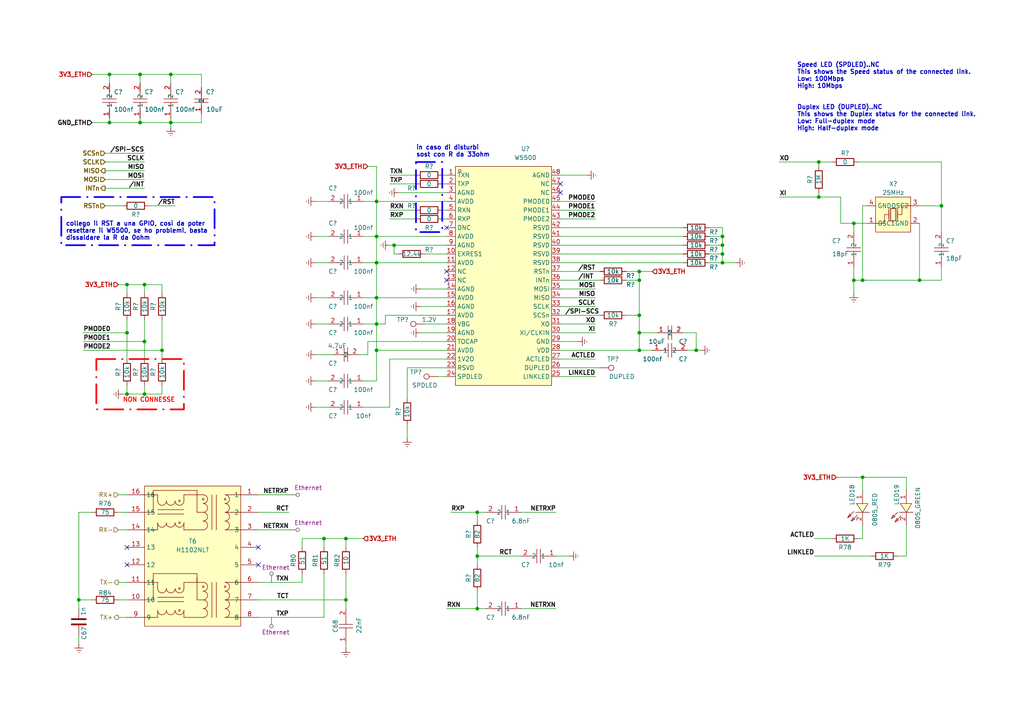
<source format=kicad_sch>
(kicad_sch (version 20250114) (generator "eeschema") (generator_version "9.0")
  (paper "A4")
  (title_block (title "W5500 SPI ETH") (date "2025-03-21") (rev "1.0") (company "3DResearch"))
  (rectangle (start 17.78 57.15) (end 62.23 71.12) (stroke (width 0.5) (type dash_dot) (color 15 0 255 1)))
  (rectangle (start 120.65 46.99) (end 128.27 67.31) (stroke (width 0.5) (type dash_dot) (color 15 0 255 1)))
  (rectangle (start 27.94 104.14) (end 53.34 118.745) (stroke (width 0.5) (type dash_dot) (color 255 0 4 1)))
  (text "collego il RST a una GPIO, così da poter \nresettare il W5500, se ho problemi, basta\ndissaldare la R da 0ohm" (at 19.05 69.85 0) (effects (font (size 1.27 1.27) (bold yes)) (justify left bottom)))
  (text "in caso di disturbi\nsost con R da 33ohm" (at 120.65 45.72 0) (effects (font (size 1.27 1.27) (bold yes)) (justify left bottom)))
  (text "NON CONNESSE\n" (at 35.56 116.84 0) (effects (font (size 1.27 1.27) (thickness 0.254) (bold yes)) (justify left bottom)))
  (text "Speed LED (SPDLED)..NC\nThis shows the Speed status of the connected link.\nLow: 100Mbps\nHigh: 10Mbps\n\n\nDuplex LED (DUPLED)..NC\nThis shows the Duplex status for the connected link.\nLow: Full-duplex mode\nHigh: Half-duplex mode\n" (at 231.14 38.1 0) (effects (font (size 1.27 1.27) (bold yes)) (justify left bottom)))
  (junction (at 138.43 161.29))
  (junction (at 100.33 156.21))
  (junction (at 209.55 71.12))
  (junction (at 209.55 68.58))
  (junction (at 250.19 138.43))
  (junction (at 100.33 173.99))
  (junction (at 36.83 114.3))
  (junction (at 247.65 81.28))
  (junction (at 93.98 156.21))
  (junction (at 22.86 173.99))
  (junction (at 109.22 86.36))
  (junction (at 109.22 101.6))
  (junction (at 40.64 21.59))
  (junction (at 36.83 82.55))
  (junction (at 185.42 101.6))
  (junction (at 185.42 96.52))
  (junction (at 49.53 35.56))
  (junction (at 31.75 35.56))
  (junction (at 266.7 81.28))
  (junction (at 36.83 96.52))
  (junction (at 237.49 46.99))
  (junction (at 109.22 76.2))
  (junction (at 40.64 35.56))
  (junction (at 237.49 57.15))
  (junction (at 209.55 73.66))
  (junction (at 46.99 101.6))
  (junction (at 247.65 64.77))
  (junction (at 185.42 78.74))
  (junction (at 41.91 82.55))
  (junction (at 109.22 68.58))
  (junction (at 49.53 21.59))
  (junction (at 250.19 81.28))
  (junction (at 109.22 93.98))
  (junction (at 138.43 148.59))
  (junction (at 185.42 91.44))
  (junction (at 185.42 81.28))
  (junction (at 201.93 101.6))
  (junction (at 41.91 114.3))
  (junction (at 138.43 176.53))
  (junction (at 31.75 21.59))
  (junction (at 109.22 58.42))
  (junction (at 273.05 59.69))
  (junction (at 114.3 71.12))
  (junction (at 41.91 99.06))
  (junction (at 209.55 76.2))
  (no_connect (at 74.93 158.75))
  (no_connect (at 36.83 163.83))
  (no_connect (at 74.93 163.83))
  (no_connect (at 36.83 158.75))
  (no_connect (at 129.54 78.74))
  (no_connect (at 129.54 66.04))
  (no_connect (at 129.54 81.28))
  (no_connect (at 162.56 55.88))
  (no_connect (at 162.56 53.34))
  (wire (pts (xy 251.46 59.69) (xy 250.19 59.69)))
  (wire (pts (xy 162.56 66.04) (xy 198.12 66.04)))
  (wire (pts (xy 113.03 71.12) (xy 114.3 71.12)))
  (wire (pts (xy 172.72 63.5) (xy 162.56 63.5)))
  (wire (pts (xy 41.91 99.06) (xy 41.91 104.14)))
  (wire (pts (xy 106.68 102.87) (xy 104.14 102.87)))
  (wire (pts (xy 106.68 99.06) (xy 129.54 99.06)))
  (wire (pts (xy 205.74 71.12) (xy 209.55 71.12)))
  (wire (pts (xy 105.41 86.36) (xy 109.22 86.36)))
  (wire (pts (xy 130.81 148.59) (xy 138.43 148.59)))
  (wire (pts (xy 189.23 101.6) (xy 185.42 101.6)))
  (wire (pts (xy 190.5 96.52) (xy 185.42 96.52)))
  (wire (pts (xy 43.18 59.69) (xy 50.8 59.69)))
  (wire (pts (xy 121.92 83.82) (xy 129.54 83.82)))
  (wire (pts (xy 172.72 58.42) (xy 162.56 58.42)))
  (wire (pts (xy 162.56 78.74) (xy 173.99 78.74)))
  (wire (pts (xy 128.27 50.8) (xy 129.54 50.8)))
  (wire (pts (xy 128.27 53.34) (xy 129.54 53.34)))
  (wire (pts (xy 87.63 158.75) (xy 87.63 156.21)))
  (wire (pts (xy 248.92 46.99) (xy 273.05 46.99)))
  (wire (pts (xy 109.22 76.2) (xy 129.54 76.2)))
  (wire (pts (xy 24.13 96.52) (xy 36.83 96.52)))
  (wire (pts (xy 26.67 21.59) (xy 31.75 21.59)))
  (wire (pts (xy 41.91 82.55) (xy 41.91 85.09)))
  (wire (pts (xy 31.75 21.59) (xy 31.75 24.13)))
  (wire (pts (xy 34.29 153.67) (xy 36.83 153.67)))
  (wire (pts (xy 129.54 176.53) (xy 138.43 176.53)))
  (wire (pts (xy 34.29 148.59) (xy 36.83 148.59)))
  (wire (pts (xy 113.03 63.5) (xy 120.65 63.5)))
  (wire (pts (xy 46.99 114.3) (xy 41.91 114.3)))
  (wire (pts (xy 46.99 82.55) (xy 46.99 85.09)))
  (wire (pts (xy 109.22 86.36) (xy 129.54 86.36)))
  (wire (pts (xy 36.83 96.52) (xy 36.83 92.71)))
  (wire (pts (xy 247.65 64.77) (xy 247.65 67.31)))
  (wire (pts (xy 172.72 86.36) (xy 162.56 86.36)))
  (wire (pts (xy 58.42 21.59) (xy 49.53 21.59)))
  (wire (pts (xy 205.74 76.2) (xy 209.55 76.2)))
  (wire (pts (xy 58.42 35.56) (xy 49.53 35.56)))
  (wire (pts (xy 162.56 91.44) (xy 173.99 91.44)))
  (wire (pts (xy 226.06 46.99) (xy 237.49 46.99)))
  (wire (pts (xy 41.91 54.61) (xy 30.48 54.61)))
  (wire (pts (xy 41.91 92.71) (xy 41.91 99.06)))
  (wire (pts (xy 161.29 161.29) (xy 165.1 161.29)))
  (wire (pts (xy 105.41 93.98) (xy 109.22 93.98)))
  (wire (pts (xy 49.53 21.59) (xy 49.53 24.13)))
  (wire (pts (xy 209.55 66.04) (xy 209.55 68.58)))
  (wire (pts (xy 74.93 153.67) (xy 83.82 153.67)))
  (wire (pts (xy 151.13 148.59) (xy 161.29 148.59)))
  (wire (pts (xy 74.93 148.59) (xy 83.82 148.59)))
  (wire (pts (xy 87.63 166.37) (xy 87.63 168.91)))
  (wire (pts (xy 129.54 91.44) (xy 111.76 91.44)))
  (wire (pts (xy 273.05 59.69) (xy 266.7 59.69)))
  (wire (pts (xy 91.44 102.87) (xy 96.52 102.87)))
  (wire (pts (xy 109.22 76.2) (xy 109.22 86.36)))
  (wire (pts (xy 40.64 21.59) (xy 40.64 24.13)))
  (wire (pts (xy 105.41 76.2) (xy 109.22 76.2)))
  (wire (pts (xy 113.03 53.34) (xy 120.65 53.34)))
  (wire (pts (xy 205.74 68.58) (xy 209.55 68.58)))
  (wire (pts (xy 105.41 118.11) (xy 113.03 118.11)))
  (wire (pts (xy 41.91 114.3) (xy 41.91 111.76)))
  (wire (pts (xy 128.27 60.96) (xy 129.54 60.96)))
  (wire (pts (xy 41.91 46.99) (xy 30.48 46.99)))
  (wire (pts (xy 30.48 59.69) (xy 35.56 59.69)))
  (wire (pts (xy 266.7 81.28) (xy 273.05 81.28)))
  (wire (pts (xy 109.22 48.26) (xy 109.22 58.42)))
  (wire (pts (xy 40.64 34.29) (xy 40.64 35.56)))
  (wire (pts (xy 129.54 106.68) (xy 118.11 106.68)))
  (wire (pts (xy 242.57 138.43) (xy 250.19 138.43)))
  (wire (pts (xy 41.91 52.07) (xy 30.48 52.07)))
  (wire (pts (xy 100.33 166.37) (xy 100.33 173.99)))
  (wire (pts (xy 260.35 161.29) (xy 262.89 161.29)))
  (wire (pts (xy 167.64 99.06) (xy 162.56 99.06)))
  (wire (pts (xy 250.19 138.43) (xy 250.19 142.24)))
  (wire (pts (xy 91.44 118.11) (xy 95.25 118.11)))
  (wire (pts (xy 250.19 81.28) (xy 266.7 81.28)))
  (wire (pts (xy 115.57 73.66) (xy 114.3 73.66)))
  (wire (pts (xy 243.84 64.77) (xy 243.84 57.15)))
  (wire (pts (xy 34.29 82.55) (xy 36.83 82.55)))
  (wire (pts (xy 49.53 21.59) (xy 40.64 21.59)))
  (wire (pts (xy 41.91 44.45) (xy 30.48 44.45)))
  (wire (pts (xy 172.72 60.96) (xy 162.56 60.96)))
  (wire (pts (xy 114.3 73.66) (xy 114.3 71.12)))
  (wire (pts (xy 162.56 68.58) (xy 198.12 68.58)))
  (wire (pts (xy 138.43 158.75) (xy 138.43 161.29)))
  (wire (pts (xy 100.33 176.53) (xy 100.33 173.99)))
  (wire (pts (xy 109.22 68.58) (xy 109.22 76.2)))
  (wire (pts (xy 162.56 81.28) (xy 173.99 81.28)))
  (wire (pts (xy 109.22 68.58) (xy 129.54 68.58)))
  (wire (pts (xy 109.22 101.6) (xy 129.54 101.6)))
  (wire (pts (xy 74.93 173.99) (xy 100.33 173.99)))
  (wire (pts (xy 35.56 114.3) (xy 36.83 114.3)))
  (wire (pts (xy 266.7 64.77) (xy 266.7 81.28)))
  (wire (pts (xy 262.89 138.43) (xy 250.19 138.43)))
  (wire (pts (xy 248.92 156.21) (xy 250.19 156.21)))
  (wire (pts (xy 100.33 156.21) (xy 100.33 158.75)))
  (wire (pts (xy 24.13 99.06) (xy 41.91 99.06)))
  (wire (pts (xy 109.22 93.98) (xy 109.22 101.6)))
  (wire (pts (xy 181.61 91.44) (xy 185.42 91.44)))
  (wire (pts (xy 40.64 21.59) (xy 31.75 21.59)))
  (wire (pts (xy 209.55 76.2) (xy 213.36 76.2)))
  (wire (pts (xy 237.49 57.15) (xy 237.49 55.88)))
  (wire (pts (xy 113.03 60.96) (xy 120.65 60.96)))
  (wire (pts (xy 41.91 49.53) (xy 30.48 49.53)))
  (wire (pts (xy 247.65 77.47) (xy 247.65 81.28)))
  (wire (pts (xy 36.83 114.3) (xy 41.91 114.3)))
  (wire (pts (xy 127 109.22) (xy 129.54 109.22)))
  (wire (pts (xy 49.53 36.83) (xy 49.53 35.56)))
  (wire (pts (xy 172.72 93.98) (xy 162.56 93.98)))
  (wire (pts (xy 34.29 179.07) (xy 36.83 179.07)))
  (wire (pts (xy 226.06 57.15) (xy 237.49 57.15)))
  (wire (pts (xy 162.56 73.66) (xy 198.12 73.66)))
  (wire (pts (xy 40.64 35.56) (xy 31.75 35.56)))
  (wire (pts (xy 49.53 35.56) (xy 40.64 35.56)))
  (wire (pts (xy 93.98 166.37) (xy 93.98 179.07)))
  (wire (pts (xy 172.72 96.52) (xy 162.56 96.52)))
  (wire (pts (xy 203.2 101.6) (xy 201.93 101.6)))
  (wire (pts (xy 109.22 86.36) (xy 109.22 93.98)))
  (wire (pts (xy 22.86 173.99) (xy 26.67 173.99)))
  (wire (pts (xy 31.75 35.56) (xy 31.75 34.29)))
  (wire (pts (xy 100.33 156.21) (xy 105.41 156.21)))
  (wire (pts (xy 87.63 156.21) (xy 93.98 156.21)))
  (wire (pts (xy 74.93 143.51) (xy 83.82 143.51)))
  (wire (pts (xy 58.42 33.02) (xy 58.42 35.56)))
  (wire (pts (xy 185.42 96.52) (xy 185.42 101.6)))
  (wire (pts (xy 170.18 50.8) (xy 162.56 50.8)))
  (wire (pts (xy 34.29 143.51) (xy 36.83 143.51)))
  (wire (pts (xy 74.93 179.07) (xy 93.98 179.07)))
  (wire (pts (xy 205.74 73.66) (xy 209.55 73.66)))
  (wire (pts (xy 46.99 111.76) (xy 46.99 114.3)))
  (wire (pts (xy 106.68 48.26) (xy 109.22 48.26)))
  (wire (pts (xy 74.93 168.91) (xy 87.63 168.91)))
  (wire (pts (xy 106.68 102.87) (xy 106.68 99.06)))
  (wire (pts (xy 247.65 81.28) (xy 250.19 81.28)))
  (wire (pts (xy 138.43 148.59) (xy 138.43 151.13)))
  (wire (pts (xy 105.41 110.49) (xy 109.22 110.49)))
  (wire (pts (xy 36.83 85.09) (xy 36.83 82.55)))
  (wire (pts (xy 22.86 148.59) (xy 22.86 173.99)))
  (wire (pts (xy 185.42 81.28) (xy 185.42 91.44)))
  (wire (pts (xy 115.57 55.88) (xy 129.54 55.88)))
  (wire (pts (xy 93.98 158.75) (xy 93.98 156.21)))
  (wire (pts (xy 262.89 142.24) (xy 262.89 138.43)))
  (wire (pts (xy 162.56 101.6) (xy 185.42 101.6)))
  (wire (pts (xy 91.44 68.58) (xy 95.25 68.58)))
  (wire (pts (xy 111.76 91.44) (xy 111.76 93.98)))
  (wire (pts (xy 209.55 68.58) (xy 209.55 71.12)))
  (wire (pts (xy 138.43 161.29) (xy 138.43 163.83)))
  (wire (pts (xy 22.86 173.99) (xy 22.86 176.53)))
  (wire (pts (xy 49.53 34.29) (xy 49.53 35.56)))
  (wire (pts (xy 273.05 81.28) (xy 273.05 77.47)))
  (wire (pts (xy 34.29 173.99) (xy 36.83 173.99)))
  (wire (pts (xy 247.65 64.77) (xy 243.84 64.77)))
  (wire (pts (xy 185.42 91.44) (xy 185.42 96.52)))
  (wire (pts (xy 113.03 104.14) (xy 129.54 104.14)))
  (wire (pts (xy 91.44 76.2) (xy 95.25 76.2)))
  (wire (pts (xy 91.44 93.98) (xy 95.25 93.98)))
  (wire (pts (xy 113.03 118.11) (xy 113.03 104.14)))
  (wire (pts (xy 24.13 101.6) (xy 46.99 101.6)))
  (wire (pts (xy 121.92 96.52) (xy 129.54 96.52)))
  (wire (pts (xy 172.72 104.14) (xy 162.56 104.14)))
  (wire (pts (xy 109.22 101.6) (xy 109.22 110.49)))
  (wire (pts (xy 237.49 46.99) (xy 237.49 48.26)))
  (wire (pts (xy 109.22 93.98) (xy 111.76 93.98)))
  (wire (pts (xy 172.72 109.22) (xy 162.56 109.22)))
  (wire (pts (xy 273.05 46.99) (xy 273.05 59.69)))
  (wire (pts (xy 105.41 58.42) (xy 109.22 58.42)))
  (wire (pts (xy 250.19 156.21) (xy 250.19 152.4)))
  (wire (pts (xy 41.91 82.55) (xy 46.99 82.55)))
  (wire (pts (xy 181.61 78.74) (xy 185.42 78.74)))
  (wire (pts (xy 236.22 156.21) (xy 241.3 156.21)))
  (wire (pts (xy 34.29 168.91) (xy 36.83 168.91)))
  (wire (pts (xy 251.46 64.77) (xy 247.65 64.77)))
  (wire (pts (xy 93.98 156.21) (xy 100.33 156.21)))
  (wire (pts (xy 273.05 67.31) (xy 273.05 59.69)))
  (wire (pts (xy 46.99 92.71) (xy 46.99 101.6)))
  (wire (pts (xy 118.11 127) (xy 118.11 123.19)))
  (wire (pts (xy 250.19 59.69) (xy 250.19 81.28)))
  (wire (pts (xy 109.22 58.42) (xy 129.54 58.42)))
  (wire (pts (xy 46.99 101.6) (xy 46.99 104.14)))
  (wire (pts (xy 243.84 57.15) (xy 237.49 57.15)))
  (wire (pts (xy 262.89 161.29) (xy 262.89 152.4)))
  (wire (pts (xy 91.44 110.49) (xy 95.25 110.49)))
  (wire (pts (xy 105.41 68.58) (xy 109.22 68.58)))
  (wire (pts (xy 236.22 161.29) (xy 252.73 161.29)))
  (wire (pts (xy 22.86 186.69) (xy 22.86 184.15)))
  (wire (pts (xy 201.93 96.52) (xy 201.93 101.6)))
  (wire (pts (xy 181.61 81.28) (xy 185.42 81.28)))
  (wire (pts (xy 209.55 71.12) (xy 209.55 73.66)))
  (wire (pts (xy 205.74 66.04) (xy 209.55 66.04)))
  (wire (pts (xy 123.19 93.98) (xy 129.54 93.98)))
  (wire (pts (xy 91.44 86.36) (xy 95.25 86.36)))
  (wire (pts (xy 185.42 78.74) (xy 185.42 81.28)))
  (wire (pts (xy 138.43 171.45) (xy 138.43 176.53)))
  (wire (pts (xy 198.12 96.52) (xy 201.93 96.52)))
  (wire (pts (xy 114.3 71.12) (xy 129.54 71.12)))
  (wire (pts (xy 209.55 73.66) (xy 209.55 76.2)))
  (wire (pts (xy 138.43 161.29) (xy 151.13 161.29)))
  (wire (pts (xy 172.72 88.9) (xy 162.56 88.9)))
  (wire (pts (xy 100.33 186.69) (xy 100.33 187.96)))
  (wire (pts (xy 237.49 46.99) (xy 241.3 46.99)))
  (wire (pts (xy 58.42 25.4) (xy 58.42 21.59)))
  (wire (pts (xy 22.86 148.59) (xy 26.67 148.59)))
  (wire (pts (xy 123.19 73.66) (xy 129.54 73.66)))
  (wire (pts (xy 91.44 58.42) (xy 95.25 58.42)))
  (wire (pts (xy 172.72 83.82) (xy 162.56 83.82)))
  (wire (pts (xy 162.56 106.68) (xy 173.99 106.68)))
  (wire (pts (xy 36.83 82.55) (xy 41.91 82.55)))
  (wire (pts (xy 151.13 176.53) (xy 161.29 176.53)))
  (wire (pts (xy 185.42 78.74) (xy 189.23 78.74)))
  (wire (pts (xy 36.83 111.76) (xy 36.83 114.3)))
  (wire (pts (xy 162.56 71.12) (xy 198.12 71.12)))
  (wire (pts (xy 109.22 58.42) (xy 109.22 68.58)))
  (wire (pts (xy 128.27 63.5) (xy 129.54 63.5)))
  (wire (pts (xy 26.67 35.56) (xy 31.75 35.56)))
  (wire (pts (xy 162.56 76.2) (xy 198.12 76.2)))
  (wire (pts (xy 247.65 85.09) (xy 247.65 81.28)))
  (wire (pts (xy 36.83 96.52) (xy 36.83 104.14)))
  (wire (pts (xy 138.43 148.59) (xy 140.97 148.59)))
  (wire (pts (xy 138.43 176.53) (xy 140.97 176.53)))
  (wire (pts (xy 113.03 50.8) (xy 120.65 50.8)))
  (wire (pts (xy 201.93 101.6) (xy 199.39 101.6)))
  (wire (pts (xy 121.92 88.9) (xy 129.54 88.9)))
  (wire (pts (xy 118.11 106.68) (xy 118.11 115.57)))
  (label "TCT" (at 83.82 173.99 180) (effects (font (bold yes))))
  (label "MISO" (at 41.91 49.53 180) (effects (font (bold yes))))
  (label "XO" (at 172.72 93.98 180) (effects (font (bold yes))))
  (label "SCLK" (at 41.91 46.99 180) (effects (font (bold yes))))
  (label "LINKLED" (at 236.22 161.29 180) (effects (font (bold yes))))
  (label "ACTLED" (at 236.22 156.21 180) (effects (font (bold yes))))
  (label "NETRXN" (at 83.82 153.67 180) (effects (font (bold yes))))
  (label "PMODE1" (at 172.72 60.96 180) (effects (font (bold yes))))
  (label "NETRXN" (at 161.29 176.53 180) (effects (font (bold yes))))
  (label "PMODE1" (at 24.13 99.06 0) (effects (font (bold yes))))
  (label "{slash}SPI-SCS" (at 41.91 44.45 180) (effects (font (bold yes))))
  (label "XI" (at 172.72 96.52 180) (effects (font (bold yes))))
  (label "PMODE0" (at 24.13 96.52 0) (effects (font (bold yes))))
  (label "TXN" (at 113.03 50.8 0) (effects (font (bold yes))))
  (label "RXN" (at 113.03 60.96 0) (effects (font (bold yes))))
  (label "TXN" (at 83.82 168.91 180) (effects (font (bold yes))))
  (label "NETRXP" (at 161.29 148.59 180) (effects (font (bold yes))))
  (label "{slash}INT" (at 167.64 81.28 0) (effects (font (bold yes))))
  (label "MOSI" (at 41.91 52.07 180) (effects (font (bold yes))))
  (label "XI" (at 226.06 57.15 0) (effects (font (bold yes))))
  (label "{slash}SPI-SCS" (at 163.83 91.44 0) (effects (font (bold yes))))
  (label "{slash}RST" (at 167.64 78.74 0) (effects (font (bold yes))))
  (label "{slash}INT" (at 41.91 54.61 180) (effects (font (bold yes))))
  (label "RCT" (at 83.82 148.59 180) (effects (font (bold yes))))
  (label "MOSI" (at 172.72 83.82 180) (effects (font (bold yes))))
  (label "PMODE2" (at 24.13 101.6 0) (effects (font (bold yes))))
  (label "PMODE2" (at 172.72 63.5 180) (effects (font (bold yes))))
  (label "NETRXP" (at 83.82 143.51 180) (effects (font (bold yes))))
  (label "RXP" (at 113.03 63.5 0) (effects (font (bold yes))))
  (label "RXP" (at 130.81 148.59 0) (effects (font (bold yes))))
  (label "MISO" (at 172.72 86.36 180) (effects (font (bold yes))))
  (label "TXP" (at 113.03 53.34 0) (effects (font (bold yes))))
  (label "RCT" (at 148.59 161.29 180) (effects (font (bold yes))))
  (label "PMODE0" (at 172.72 58.42 180) (effects (font (bold yes))))
  (label "{slash}RST" (at 50.8 59.69 180) (effects (font (bold yes))))
  (label "TXP" (at 83.82 179.07 180) (effects (font (bold yes))))
  (label "XO" (at 226.06 46.99 0) (effects (font (bold yes))))
  (label "LINKLED" (at 172.72 109.22 180) (effects (font (bold yes))))
  (label "ACTLED" (at 172.72 104.14 180) (effects (font (bold yes))))
  (label "RXN" (at 129.54 176.53 0) (effects (font (bold yes))))
  (label "SCLK" (at 172.72 88.9 180) (effects (font (bold yes))))
  (hierarchical_label "3V3_ETH" (shape input) (at 34.29 82.55 180) (effects (font (bold yes))))
  (hierarchical_label "TX-" (shape output) (at 34.29 168.91 180))
  (hierarchical_label "SCLK" (shape input) (at 30.48 46.99 180) (effects (font (bold yes))))
  (hierarchical_label "RX+" (shape input) (at 34.29 143.51 180))
  (hierarchical_label "MISO" (shape output) (at 30.48 49.53 180) (effects (font (bold yes))))
  (hierarchical_label "3V3_ETH" (shape input) (at 26.67 21.59 180) (effects (font (bold yes))))
  (hierarchical_label "3V3_ETH" (shape input) (at 106.68 48.26 180) (effects (font (bold yes))))
  (hierarchical_label "3V3_ETH" (shape input) (at 242.57 138.43 180) (effects (font (bold yes))))
  (hierarchical_label "TX+" (shape output) (at 34.29 179.07 180))
  (hierarchical_label "RSTn" (shape input) (at 30.48 59.69 180) (effects (font (bold yes))))
  (hierarchical_label "RX-" (shape input) (at 34.29 153.67 180))
  (hierarchical_label "3V3_ETH" (shape input) (at 189.23 78.74 0) (effects (font (bold yes))))
  (hierarchical_label "INTn" (shape output) (at 30.48 54.61 180) (effects (font (bold yes))))
  (hierarchical_label "GND_ETH" (shape input) (at 26.67 35.56 180) (effects (font (bold yes))))
  (hierarchical_label "MOSI" (shape input) (at 30.48 52.07 180) (effects (font (bold yes))))
  (hierarchical_label "SCSn" (shape input) (at 30.48 44.45 180) (effects (font (bold yes))))
  (hierarchical_label "3V3_ETH" (shape input) (at 105.41 156.21 0) (effects (font (bold yes))))
  (netclass_flag "" (length 2.54) (shape round) (at 78.74 179.07 180) (property "Netclass" "Ethernet" (at 75.946 183.388 0) (effects (justify left))))
  (netclass_flag "" (length 2.54) (shape round) (at 83.82 153.67 270) (property "Netclass" "Ethernet" (at 85.344 151.638 0) (effects (justify left))))
  (netclass_flag "" (length 2.54) (shape round) (at 83.82 143.51 270) (property "Netclass" "Ethernet" (at 85.344 141.478 0) (effects (justify left))))
  (netclass_flag "" (length 2.54) (shape round) (at 78.74 168.91 0) (property "Netclass" "Ethernet" (at 75.946 164.592 0) (effects (justify left))))
  (symbol (lib_id "Kicad_JLCPCB_Library:CC0603KRX7R9BB104") (at 146.05 148.59 180) (unit 1)
    (property "Reference" "C?" (at 142.24 151.13 0))
    (property "Value" "6.8nF" (at 151.13 151.13 0))
    (property "Footprint" "Capacitor_SMD:C_0603_1608Metric" (effects (hide yes)))
    (property "Datasheet" "https://lcsc.com/product-detail/Multilayer-Ceramic-Capacitors-MLCC-SMD-SMT_100nF-104-10-50V_C14663.html" (effects (hide yes)))
    (property "LCSC Part" "C1631" (effects (hide yes)))
    (property "LCSC" "C1631" (effects (hide yes)))
  )
  (symbol (lib_id "Device:R") (at 39.37 59.69 270) (unit 1)
    (property "Reference" "R?" (at 39.37 62.23 90))
    (property "Value" "0" (at 39.37 59.69 90))
    (property "Footprint" "Resistor_SMD:R_0603_1608Metric" (effects (hide yes)))
    (property "LCSC Part" "C21189" (effects (hide yes)))
    (property "LCSC" "C21189" (effects (hide yes)))
  )
  (symbol (lib_id "Device:R") (at 124.46 50.8 270) (unit 1)
    (property "Reference" "R?" (at 124.46 48.26 90))
    (property "Value" "0" (at 124.46 50.8 90))
    (property "Footprint" "Resistor_SMD:R_0603_1608Metric" (effects (hide yes)))
    (property "LCSC Part" "C21189" (effects (hide yes)))
    (property "LCSC" "C21189" (effects (hide yes)))
  )
  (symbol (lib_id "power:Earth") (at 22.86 186.69 0) (unit 1)
    (property "Reference" "#PWR081" (effects (hide yes)))
    (property "Value" "Earth" (effects (hide yes)))
  )
  (symbol (lib_id "Kicad_JLCPCB_Library:CC0603KRX7R9BB104") (at 100.33 76.2 180) (unit 1)
    (property "Reference" "C?" (at 96.52 78.74 0))
    (property "Value" "100nf" (at 105.41 78.74 0))
    (property "Footprint" "Capacitor_SMD:C_0603_1608Metric" (effects (hide yes)))
    (property "Datasheet" "https://lcsc.com/product-detail/Multilayer-Ceramic-Capacitors-MLCC-SMD-SMT_100nF-104-10-50V_C14663.html" (effects (hide yes)))
    (property "LCSC Part" "C14663" (effects (hide yes)))
    (property "LCSC" "C14663" (effects (hide yes)))
  )
  (symbol (lib_id "power:Earth") (at 167.64 99.06 90) (unit 1)
    (property "Reference" "#PWR?" (effects (hide yes)))
    (property "Value" "Earth" (effects (hide yes)))
  )
  (symbol (lib_id "Device:R") (at 177.8 91.44 270) (unit 1)
    (property "Reference" "R?" (at 177.8 93.98 90))
    (property "Value" "10k" (at 177.8 91.44 90))
    (property "Footprint" "Resistor_SMD:R_0603_1608Metric" (effects (hide yes)))
    (property "LCSC Part" "C25804" (effects (hide yes)))
    (property "LCSC" "C25804" (effects (hide yes)))
  )
  (symbol (lib_id "Device:R") (at 100.33 162.56 180) (unit 1)
    (property "Reference" "R82" (at 97.79 162.56 90))
    (property "Value" "10" (at 100.33 162.56 90))
    (property "Footprint" "Resistor_SMD:R_0603_1608Metric" (effects (hide yes)))
    (property "LCSC Part" "C510088" (effects (hide yes)))
    (property "LCSC" "C510088" (effects (hide yes)))
  )
  (symbol (lib_id "jlcpcb_parts:H1102NLT") (at 57.15 153.67 0) (mirror y) (unit 1)
    (property "Reference" "T6" (at 55.88 156.972 0))
    (property "Value" "H1102NLT" (at 55.88 159.512 0))
    (property "Footprint" "easyeda2kicad:XFMR-SMD_H1102NLT" (effects (hide yes)))
    (property "Datasheet" "https://lcsc.com/product-detail/RJ45-Transformer_H1102NLT_C18584.html" (effects (hide yes)))
    (property "LCSC Part" "C18584" (effects (hide yes)))
    (property "LCSC" "C18584" (effects (hide yes)))
  )
  (symbol (lib_name "CC0603KRX7R9BB104_1") (lib_id "Kicad_JLCPCB_Library:CC0603KRX7R9BB104") (at 100.33 181.61 90) (unit 1)
    (property "Reference" "C68" (at 97.282 181.61 0))
    (property "Value" "22nF" (at 104.14 181.356 0))
    (property "Footprint" "Capacitor_SMD:C_0603_1608Metric" (effects (hide yes)))
    (property "Datasheet" "https://lcsc.com/product-detail/Multilayer-Ceramic-Capacitors-MLCC-SMD-SMT_100nF-104-10-50V_C14663.html" (effects (hide yes)))
    (property "LCSC Part" "C21122" (effects (hide yes)))
    (property "LCSC" "C21122" (effects (hide yes)))
  )
  (symbol (lib_id "Device:R") (at 46.99 107.95 180) (unit 1)
    (property "Reference" "R?" (at 44.45 107.95 90))
    (property "Value" "10k" (at 46.99 107.95 90))
    (property "Footprint" "Resistor_SMD:R_0603_1608Metric" (effects (hide yes)))
    (property "LCSC Part" "C25804" (effects (hide yes)))
    (property "LCSC" "C25804" (effects (hide yes)))
  )
  (symbol (lib_id "Kicad_JLCPCB_Library:CL21A475KAQNNNE") (at 194.31 96.52 0) (unit 1)
    (property "Reference" "C?" (at 198.12 99.06 0))
    (property "Value" "10uF" (at 190.5 99.06 0))
    (property "Footprint" "Capacitor_SMD:C_0603_1608Metric" (effects (hide yes)))
    (property "Datasheet" "https://lcsc.com/product-detail/Multilayer-Ceramic-Capacitors-MLCC-SMD-SMT_SAMSUNG_CL21A475KAQNNNE_4-7uF-475-10-25V_C1779.html" (effects (hide yes)))
    (property "LCSC Part" "C440198" (effects (hide yes)))
    (property "LCSC" "C440198" (effects (hide yes)))
  )
  (symbol (lib_id "Device:C") (at 22.86 180.34 0) (mirror x) (unit 1)
    (property "Reference" "C67" (at 24.384 183.642 90))
    (property "Value" "1n" (at 24.13 177.292 90))
    (property "Footprint" "Capacitor_SMD:C_0603_1608Metric" (effects (hide yes)))
    (property "LCSC Part" "C1588" (effects (hide yes)))
    (property "LCSC" "C1588" (effects (hide yes)))
  )
  (symbol (lib_id "Device:R") (at 41.91 107.95 180) (unit 1)
    (property "Reference" "R?" (at 39.37 107.95 90))
    (property "Value" "10k" (at 41.91 107.95 90))
    (property "Footprint" "Resistor_SMD:R_0603_1608Metric" (effects (hide yes)))
    (property "LCSC Part" "C25804" (effects (hide yes)))
    (property "LCSC" "C25804" (effects (hide yes)))
  )
  (symbol (lib_id "Device:R") (at 245.11 46.99 90) (unit 1)
    (property "Reference" "R?" (at 245.11 44.45 90))
    (property "Value" "0" (at 245.11 46.99 90))
    (property "Footprint" "Resistor_SMD:R_0603_1608Metric" (effects (hide yes)))
    (property "LCSC Part" "C21189" (effects (hide yes)))
    (property "LCSC" "C21189" (effects (hide yes)))
  )
  (symbol (lib_id "Connector:TestPoint") (at 173.99 106.68 270) (unit 1)
    (property "Reference" "TP?" (at 177.8 104.14 90))
    (property "Value" "DUPLED" (at 180.34 109.22 90))
    (property "Footprint" "TestPoint:TestPoint_Pad_D3.0mm" (effects (hide yes)))
  )
  (symbol (lib_id "power:Earth") (at 91.44 68.58 270) (unit 1)
    (property "Reference" "#PWR?" (effects (hide yes)))
    (property "Value" "Earth" (effects (hide yes)))
  )
  (symbol (lib_id "Device:R") (at 138.43 154.94 180) (unit 1)
    (property "Reference" "R?" (at 135.89 154.94 90))
    (property "Value" "82" (at 138.43 154.94 90))
    (property "Footprint" "Resistor_SMD:R_0603_1608Metric" (effects (hide yes)))
    (property "LCSC Part" "C23255" (effects (hide yes)))
    (property "LCSC" "C23255" (effects (hide yes)))
  )
  (symbol (lib_id "Kicad_JLCPCB_Library:CC0603KRX7R9BB104") (at 40.64 29.21 90) (unit 1)
    (property "Reference" "C?" (at 41.91 26.67 90) (effects (justify right)))
    (property "Value" "100nf" (at 41.91 31.75 90) (effects (justify right)))
    (property "Footprint" "Capacitor_SMD:C_0603_1608Metric" (effects (hide yes)))
    (property "Datasheet" "https://lcsc.com/product-detail/Multilayer-Ceramic-Capacitors-MLCC-SMD-SMT_100nF-104-10-50V_C14663.html" (effects (hide yes)))
    (property "LCSC Part" "C14663" (effects (hide yes)))
    (property "LCSC" "C14663" (effects (hide yes)))
  )
  (symbol (lib_id "power:Earth") (at 118.11 127 0) (unit 1)
    (property "Reference" "#PWR?" (effects (hide yes)))
    (property "Value" "Earth" (effects (hide yes)))
  )
  (symbol (lib_id "power:Earth") (at 165.1 161.29 90) (unit 1)
    (property "Reference" "#PWR?" (effects (hide yes)))
    (property "Value" "Earth" (effects (hide yes)))
  )
  (symbol (lib_id "Connector:TestPoint") (at 127 109.22 90) (unit 1)
    (property "Reference" "TP?" (at 120.65 107.95 90))
    (property "Value" "SPDLED" (at 123.19 111.76 90))
    (property "Footprint" "TestPoint:TestPoint_Pad_D3.0mm" (effects (hide yes)))
  )
  (symbol (lib_id "Kicad_JLCPCB_Library:CC0603KRX7R9BB104") (at 247.65 72.39 90) (unit 1)
    (property "Reference" "C?" (at 241.3 69.85 90) (effects (justify right)))
    (property "Value" "18pF" (at 241.3 73.66 90) (effects (justify right)))
    (property "Footprint" "Capacitor_SMD:C_0603_1608Metric" (effects (hide yes)))
    (property "Datasheet" "https://lcsc.com/product-detail/Multilayer-Ceramic-Capacitors-MLCC-SMD-SMT_100nF-104-10-50V_C14663.html" (effects (hide yes)))
    (property "LCSC Part" "C165734" (effects (hide yes)))
    (property "LCSC" "C165734" (effects (hide yes)))
  )
  (symbol (lib_id "Kicad_JLCPCB_Library:CL21A475KAQNNNE") (at 58.42 29.21 90) (unit 1)
    (property "Reference" "C?" (at 60.96 26.67 90))
    (property "Value" "10uF" (at 62.23 31.75 90))
    (property "Footprint" "Capacitor_SMD:C_0603_1608Metric" (effects (hide yes)))
    (property "Datasheet" "https://lcsc.com/product-detail/Multilayer-Ceramic-Capacitors-MLCC-SMD-SMT_SAMSUNG_CL21A475KAQNNNE_4-7uF-475-10-25V_C1779.html" (effects (hide yes)))
    (property "LCSC Part" "C440198" (effects (hide yes)))
    (property "LCSC" "C440198" (effects (hide yes)))
  )
  (symbol (lib_id "power:Earth") (at 247.65 85.09 0) (unit 1)
    (property "Reference" "#PWR?" (effects (hide yes)))
    (property "Value" "Earth" (effects (hide yes)))
  )
  (symbol (lib_id "power:Earth") (at 121.92 96.52 270) (unit 1)
    (property "Reference" "#PWR?" (effects (hide yes)))
    (property "Value" "Earth" (effects (hide yes)))
  )
  (symbol (lib_id "Kicad_JLCPCB_Library:CC0603KRX7R9BB104") (at 100.33 118.11 180) (unit 1)
    (property "Reference" "C?" (at 96.52 120.65 0))
    (property "Value" "10nf" (at 105.41 120.65 0))
    (property "Footprint" "Capacitor_SMD:C_0603_1608Metric" (effects (hide yes)))
    (property "Datasheet" "https://lcsc.com/product-detail/Multilayer-Ceramic-Capacitors-MLCC-SMD-SMT_100nF-104-10-50V_C14663.html" (effects (hide yes)))
    (property "LCSC Part" "C57112" (effects (hide yes)))
    (property "LCSC" "C57112" (effects (hide yes)))
  )
  (symbol (lib_id "power:Earth") (at 213.36 76.2 90) (unit 1)
    (property "Reference" "#PWR?" (effects (hide yes)))
    (property "Value" "Earth" (effects (hide yes)))
  )
  (symbol (lib_id "Device:R") (at 36.83 107.95 180) (unit 1)
    (property "Reference" "R?" (at 34.29 107.95 90))
    (property "Value" "10k" (at 36.83 107.95 90))
    (property "Footprint" "Resistor_SMD:R_0603_1608Metric" (effects (hide yes)))
    (property "LCSC Part" "C25804" (effects (hide yes)))
    (property "LCSC" "C25804" (effects (hide yes)))
  )
  (symbol (lib_id "Device:R") (at 30.48 148.59 90) (unit 1)
    (property "Reference" "R76" (at 30.48 146.05 90))
    (property "Value" "75" (at 30.48 148.59 90))
    (property "Footprint" "Resistor_SMD:R_0603_1608Metric" (effects (hide yes)))
    (property "LCSC Part" "C4275" (effects (hide yes)))
    (property "LCSC" "C4275" (effects (hide yes)))
  )
  (symbol (lib_id "power:Earth") (at 100.33 187.96 0) (unit 1)
    (property "Reference" "#PWR082" (effects (hide yes)))
    (property "Value" "Earth" (effects (hide yes)))
  )
  (symbol (lib_id "power:Earth") (at 91.44 76.2 270) (unit 1)
    (property "Reference" "#PWR?" (effects (hide yes)))
    (property "Value" "Earth" (effects (hide yes)))
  )
  (symbol (lib_id "Kicad_JLCPCB_Library:CC0603KRX7R9BB104") (at 100.33 110.49 180) (unit 1)
    (property "Reference" "C?" (at 96.52 113.03 0))
    (property "Value" "100nf" (at 105.41 113.03 0))
    (property "Footprint" "Capacitor_SMD:C_0603_1608Metric" (effects (hide yes)))
    (property "Datasheet" "https://lcsc.com/product-detail/Multilayer-Ceramic-Capacitors-MLCC-SMD-SMT_100nF-104-10-50V_C14663.html" (effects (hide yes)))
    (property "LCSC Part" "C14663" (effects (hide yes)))
    (property "LCSC" "C14663" (effects (hide yes)))
  )
  (symbol (lib_id "Device:R") (at 201.93 76.2 270) (mirror x) (unit 1)
    (property "Reference" "R?" (at 207.01 77.47 90))
    (property "Value" "10k" (at 201.93 76.2 90))
    (property "Footprint" "Resistor_SMD:R_0603_1608Metric" (effects (hide yes)))
    (property "LCSC Part" "C25804" (effects (hide yes)))
    (property "LCSC" "C25804" (effects (hide yes)))
  )
  (symbol (lib_id "Kicad_JLCPCB_Library:W5500") (at 146.05 80.01 0) (unit 1)
    (property "Reference" "U?" (at 152.4 43.18 0))
    (property "Value" "W5500" (at 152.4 45.72 0))
    (property "Footprint" "easyeda2kicad:LQFP-48_L7.0-W7.0-P0.50-LS9.0-BL" (effects (hide yes)))
    (property "Datasheet" "https://lcsc.com/product-detail/Ethernet-ICs_WIZNET_W5500_W5500_C32843.html" (effects (hide yes)))
    (property "LCSC Part" "C32843" (effects (hide yes)))
    (property "LCSC" "C32843" (effects (hide yes)))
  )
  (symbol (lib_id "easyeda2kicad:0805G(Green)") (at 262.89 147.32 90) (unit 1)
    (property "Reference" "LED19" (at 260.096 140.462 0) (effects (justify right)))
    (property "Value" "0805_GREEN" (at 266.192 141.224 0) (effects (justify right)))
    (property "Footprint" "easyeda2kicad:LED0805-R-RD" (effects (hide yes)))
    (property "Datasheet" "https://lcsc.com/product-detail/Light-Emitting-Diodes-LED_Green-0805-Highlighted_C2297.html" (effects (hide yes)))
    (property "LCSC Part" "C2297" (effects (hide yes)))
    (property "LCSC" "C2297" (effects (hide yes)))
  )
  (symbol (lib_id "Device:R") (at 201.93 73.66 270) (mirror x) (unit 1)
    (property "Reference" "R?" (at 207.01 74.93 90))
    (property "Value" "10k" (at 201.93 73.66 90))
    (property "Footprint" "Resistor_SMD:R_0603_1608Metric" (effects (hide yes)))
    (property "LCSC Part" "C25804" (effects (hide yes)))
    (property "LCSC" "C25804" (effects (hide yes)))
  )
  (symbol (lib_id "power:Earth") (at 121.92 83.82 270) (unit 1)
    (property "Reference" "#PWR?" (effects (hide yes)))
    (property "Value" "Earth" (effects (hide yes)))
  )
  (symbol (lib_id "Device:R") (at 138.43 167.64 180) (unit 1)
    (property "Reference" "R?" (at 135.89 167.64 90))
    (property "Value" "82" (at 138.43 167.64 90))
    (property "Footprint" "Resistor_SMD:R_0603_1608Metric" (effects (hide yes)))
    (property "LCSC Part" "C23255" (effects (hide yes)))
    (property "LCSC" "C23255" (effects (hide yes)))
  )
  (symbol (lib_id "Device:R") (at 245.11 156.21 270) (unit 1)
    (property "Reference" "R78" (at 245.11 158.75 90))
    (property "Value" "1K" (at 245.11 156.21 90))
    (property "Footprint" "Resistor_SMD:R_0603_1608Metric" (effects (hide yes)))
    (property "LCSC Part" "C21190" (effects (hide yes)))
    (property "LCSC" "C21190" (effects (hide yes)))
  )
  (symbol (lib_id "Kicad_JLCPCB_Library:CC0603KRX7R9BB104") (at 100.33 68.58 180) (unit 1)
    (property "Reference" "C?" (at 96.52 64.77 0))
    (property "Value" "100nf" (at 105.41 66.04 0))
    (property "Footprint" "Capacitor_SMD:C_0603_1608Metric" (effects (hide yes)))
    (property "Datasheet" "https://lcsc.com/product-detail/Multilayer-Ceramic-Capacitors-MLCC-SMD-SMT_100nF-104-10-50V_C14663.html" (effects (hide yes)))
    (property "LCSC Part" "C14663" (effects (hide yes)))
    (property "LCSC" "C14663" (effects (hide yes)))
  )
  (symbol (lib_id "Device:R") (at 237.49 52.07 180) (unit 1)
    (property "Reference" "R?" (at 234.95 52.07 90))
    (property "Value" "1M" (at 237.49 52.07 90))
    (property "Footprint" "Resistor_SMD:R_0603_1608Metric" (effects (hide yes)))
    (property "LCSC Part" "C105578" (effects (hide yes)))
    (property "LCSC" "C105578" (effects (hide yes)))
  )
  (symbol (lib_id "Device:R") (at 256.54 161.29 270) (unit 1)
    (property "Reference" "R79" (at 256.54 163.83 90))
    (property "Value" "1K" (at 256.54 161.29 90))
    (property "Footprint" "Resistor_SMD:R_0603_1608Metric" (effects (hide yes)))
    (property "LCSC Part" "C21190" (effects (hide yes)))
    (property "LCSC" "C21190" (effects (hide yes)))
  )
  (symbol (lib_id "Kicad_JLCPCB_Library:CL21A475KAQNNNE") (at 100.33 102.87 0) (unit 1)
    (property "Reference" "C?" (at 96.52 105.41 0))
    (property "Value" "4.7uF" (at 97.79 100.33 0))
    (property "Footprint" "Capacitor_SMD:C_0603_1608Metric" (effects (hide yes)))
    (property "Datasheet" "https://lcsc.com/product-detail/Multilayer-Ceramic-Capacitors-MLCC-SMD-SMT_SAMSUNG_CL21A475KAQNNNE_4-7uF-475-10-25V_C1779.html" (effects (hide yes)))
    (property "LCSC Part" "C1779" (effects (hide yes)))
    (property "LCSC" "C1779" (effects (hide yes)))
  )
  (symbol (lib_id "Device:R") (at 201.93 66.04 270) (mirror x) (unit 1)
    (property "Reference" "R?" (at 207.01 67.31 90))
    (property "Value" "10k" (at 201.93 66.04 90))
    (property "Footprint" "Resistor_SMD:R_0603_1608Metric" (effects (hide yes)))
    (property "LCSC Part" "C25804" (effects (hide yes)))
    (property "LCSC" "C25804" (effects (hide yes)))
  )
  (symbol (lib_id "Device:R") (at 177.8 81.28 270) (unit 1)
    (property "Reference" "R?" (at 182.88 82.55 90))
    (property "Value" "10k" (at 177.8 81.28 90))
    (property "Footprint" "Resistor_SMD:R_0603_1608Metric" (effects (hide yes)))
    (property "LCSC Part" "C25804" (effects (hide yes)))
    (property "LCSC" "C25804" (effects (hide yes)))
  )
  (symbol (lib_id "power:Earth") (at 91.44 86.36 270) (unit 1)
    (property "Reference" "#PWR?" (effects (hide yes)))
    (property "Value" "Earth" (effects (hide yes)))
  )
  (symbol (lib_id "Kicad_JLCPCB_Library:CC0603KRX7R9BB104") (at 100.33 86.36 180) (unit 1)
    (property "Reference" "C?" (at 96.52 88.9 0))
    (property "Value" "100nf" (at 105.41 88.9 0))
    (property "Footprint" "Capacitor_SMD:C_0603_1608Metric" (effects (hide yes)))
    (property "Datasheet" "https://lcsc.com/product-detail/Multilayer-Ceramic-Capacitors-MLCC-SMD-SMT_100nF-104-10-50V_C14663.html" (effects (hide yes)))
    (property "LCSC Part" "C14663" (effects (hide yes)))
    (property "LCSC" "C14663" (effects (hide yes)))
  )
  (symbol (lib_id "Device:R") (at 177.8 78.74 270) (mirror x) (unit 1)
    (property "Reference" "R?" (at 182.88 80.01 90))
    (property "Value" "10k" (at 177.8 78.74 90))
    (property "Footprint" "Resistor_SMD:R_0603_1608Metric" (effects (hide yes)))
    (property "LCSC Part" "C25804" (effects (hide yes)))
    (property "LCSC" "C25804" (effects (hide yes)))
  )
  (symbol (lib_id "Device:R") (at 87.63 162.56 180) (unit 1)
    (property "Reference" "R80" (at 85.09 162.56 90))
    (property "Value" "51" (at 87.63 162.56 90))
    (property "Footprint" "Resistor_SMD:R_0603_1608Metric" (effects (hide yes)))
    (property "LCSC Part" "C2074217" (effects (hide yes)))
    (property "LCSC" "C2074217" (effects (hide yes)))
  )
  (symbol (lib_id "Device:R") (at 93.98 162.56 180) (unit 1)
    (property "Reference" "R81" (at 91.44 162.56 90))
    (property "Value" "51" (at 93.98 162.56 90))
    (property "Footprint" "Resistor_SMD:R_0603_1608Metric" (effects (hide yes)))
    (property "LCSC Part" "C2074217" (effects (hide yes)))
    (property "LCSC" "C2074217" (effects (hide yes)))
  )
  (symbol (lib_id "power:Earth") (at 113.03 71.12 270) (unit 1)
    (property "Reference" "#PWR?" (effects (hide yes)))
    (property "Value" "Earth" (effects (hide yes)))
  )
  (symbol (lib_id "Kicad_JLCPCB_Library:CC0603KRX7R9BB104") (at 49.53 29.21 90) (unit 1)
    (property "Reference" "C?" (at 50.8 26.67 90) (effects (justify right)))
    (property "Value" "100nf" (at 50.8 31.75 90) (effects (justify right)))
    (property "Footprint" "Capacitor_SMD:C_0603_1608Metric" (effects (hide yes)))
    (property "Datasheet" "https://lcsc.com/product-detail/Multilayer-Ceramic-Capacitors-MLCC-SMD-SMT_100nF-104-10-50V_C14663.html" (effects (hide yes)))
    (property "LCSC Part" "C14663" (effects (hide yes)))
    (property "LCSC" "C14663" (effects (hide yes)))
  )
  (symbol (lib_id "Kicad_JLCPCB_Library:CC0603KRX7R9BB104") (at 31.75 29.21 90) (unit 1)
    (property "Reference" "C?" (at 33.02 26.67 90) (effects (justify right)))
    (property "Value" "100nf" (at 33.02 31.75 90) (effects (justify right)))
    (property "Footprint" "Capacitor_SMD:C_0603_1608Metric" (effects (hide yes)))
    (property "Datasheet" "https://lcsc.com/product-detail/Multilayer-Ceramic-Capacitors-MLCC-SMD-SMT_100nF-104-10-50V_C14663.html" (effects (hide yes)))
    (property "LCSC Part" "C14663" (effects (hide yes)))
    (property "LCSC" "C14663" (effects (hide yes)))
  )
  (symbol (lib_id "Device:R") (at 30.48 173.99 90) (unit 1)
    (property "Reference" "R84" (at 30.48 171.958 90))
    (property "Value" "75" (at 30.48 173.99 90))
    (property "Footprint" "Resistor_SMD:R_0603_1608Metric" (effects (hide yes)))
    (property "LCSC Part" "C4275" (effects (hide yes)))
    (property "LCSC" "C4275" (effects (hide yes)))
  )
  (symbol (lib_id "power:Earth") (at 170.18 50.8 90) (unit 1)
    (property "Reference" "#PWR?" (effects (hide yes)))
    (property "Value" "Earth" (effects (hide yes)))
  )
  (symbol (lib_id "power:Earth") (at 91.44 118.11 270) (unit 1)
    (property "Reference" "#PWR?" (effects (hide yes)))
    (property "Value" "Earth" (effects (hide yes)))
  )
  (symbol (lib_id "Device:R") (at 41.91 88.9 180) (unit 1)
    (property "Reference" "R?" (at 39.37 88.9 90))
    (property "Value" "10k" (at 41.91 88.9 90))
    (property "Footprint" "Resistor_SMD:R_0603_1608Metric" (effects (hide yes)))
    (property "LCSC Part" "C25804" (effects (hide yes)))
    (property "LCSC" "C25804" (effects (hide yes)))
  )
  (symbol (lib_id "Device:R") (at 124.46 53.34 270) (unit 1)
    (property "Reference" "R?" (at 119.38 54.61 90))
    (property "Value" "0" (at 124.46 53.34 90))
    (property "Footprint" "Resistor_SMD:R_0603_1608Metric" (effects (hide yes)))
    (property "LCSC Part" "C21189" (effects (hide yes)))
    (property "LCSC" "C21189" (effects (hide yes)))
  )
  (symbol (lib_id "power:Earth") (at 35.56 114.3 270) (unit 1)
    (property "Reference" "#PWR?" (effects (hide yes)))
    (property "Value" "Earth" (effects (hide yes)))
  )
  (symbol (lib_id "Device:R") (at 118.11 119.38 180) (unit 1)
    (property "Reference" "R?" (at 115.57 119.38 90))
    (property "Value" "10k" (at 118.11 119.38 90))
    (property "Footprint" "Resistor_SMD:R_0603_1608Metric" (effects (hide yes)))
    (property "LCSC Part" "C25804" (effects (hide yes)))
    (property "LCSC" "C25804" (effects (hide yes)))
  )
  (symbol (lib_id "Kicad_JLCPCB_Library:CC0603KRX7R9BB104") (at 194.31 101.6 0) (mirror x) (unit 1)
    (property "Reference" "C?" (at 198.12 104.14 0))
    (property "Value" "100nf" (at 189.23 104.14 0))
    (property "Footprint" "Capacitor_SMD:C_0603_1608Metric" (effects (hide yes)))
    (property "Datasheet" "https://lcsc.com/product-detail/Multilayer-Ceramic-Capacitors-MLCC-SMD-SMT_100nF-104-10-50V_C14663.html" (effects (hide yes)))
    (property "LCSC Part" "C14663" (effects (hide yes)))
    (property "LCSC" "C14663" (effects (hide yes)))
  )
  (symbol (lib_id "power:Earth") (at 121.92 88.9 270) (unit 1)
    (property "Reference" "#PWR?" (effects (hide yes)))
    (property "Value" "Earth" (effects (hide yes)))
  )
  (symbol (lib_id "Device:R") (at 46.99 88.9 180) (unit 1)
    (property "Reference" "R?" (at 44.45 88.9 90))
    (property "Value" "10k" (at 46.99 88.9 90))
    (property "Footprint" "Resistor_SMD:R_0603_1608Metric" (effects (hide yes)))
    (property "LCSC Part" "C25804" (effects (hide yes)))
    (property "LCSC" "C25804" (effects (hide yes)))
  )
  (symbol (lib_id "power:Earth") (at 91.44 110.49 270) (unit 1)
    (property "Reference" "#PWR?" (effects (hide yes)))
    (property "Value" "Earth" (effects (hide yes)))
  )
  (symbol (lib_id "Device:R") (at 36.83 88.9 180) (unit 1)
    (property "Reference" "R?" (at 34.29 88.9 90))
    (property "Value" "10k" (at 36.83 88.9 90))
    (property "Footprint" "Resistor_SMD:R_0603_1608Metric" (effects (hide yes)))
    (property "LCSC Part" "C25804" (effects (hide yes)))
    (property "LCSC" "C25804" (effects (hide yes)))
  )
  (symbol (lib_id "easyeda2kicad:FC-2012HRK-620D") (at 250.19 147.32 90) (unit 1)
    (property "Reference" "LED18" (at 247.142 146.558 0) (effects (justify left)))
    (property "Value" "0805_RED" (at 253.746 152.654 0) (effects (justify left)))
    (property "Footprint" "easyeda2kicad:LED0805-R-RD" (effects (hide yes)))
    (property "Datasheet" "https://lcsc.com/product-detail/Light-Emitting-Diodes-LED_Red-LED-SMDLED-80-180mcd_C84256.html" (effects (hide yes)))
    (property "LCSC Part" "C84256" (effects (hide yes)))
    (property "LCSC" "C84256" (effects (hide yes)))
  )
  (symbol (lib_id "Device:R") (at 124.46 60.96 270) (unit 1)
    (property "Reference" "R?" (at 119.38 59.69 90))
    (property "Value" "0" (at 124.46 60.96 90))
    (property "Footprint" "Resistor_SMD:R_0603_1608Metric" (effects (hide yes)))
    (property "LCSC Part" "C21189" (effects (hide yes)))
    (property "LCSC" "C21189" (effects (hide yes)))
  )
  (symbol (lib_id "Kicad_JLCPCB_Library:CC0603KRX7R9BB104") (at 100.33 93.98 180) (unit 1)
    (property "Reference" "C?" (at 96.52 96.52 0))
    (property "Value" "100nf" (at 105.41 96.52 0))
    (property "Footprint" "Capacitor_SMD:C_0603_1608Metric" (effects (hide yes)))
    (property "Datasheet" "https://lcsc.com/product-detail/Multilayer-Ceramic-Capacitors-MLCC-SMD-SMT_100nF-104-10-50V_C14663.html" (effects (hide yes)))
    (property "LCSC Part" "C14663" (effects (hide yes)))
    (property "LCSC" "C14663" (effects (hide yes)))
  )
  (symbol (lib_id "Kicad_JLCPCB_Library:X322525MRB4SI") (at 259.08 62.23 0) (unit 1)
    (property "Reference" "X?" (at 259.08 53.34 0))
    (property "Value" "25MHz" (at 259.08 55.88 0))
    (property "Footprint" "easyeda2kicad:CRYSTAL-SMD_4P-L3.2-W2.5-BL" (effects (hide yes)))
    (property "Datasheet" "https://lcsc.com/product-detail/SMD-Crystals_YSX321SL-25MHZ-18PF-10PPM-40-85_C70593.html" (effects (hide yes)))
    (property "LCSC Part" "C70593" (effects (hide yes)))
    (property "LCSC" "C70593" (effects (hide yes)))
  )
  (symbol (lib_id "Kicad_JLCPCB_Library:CC0603KRX7R9BB104") (at 146.05 176.53 180) (unit 1)
    (property "Reference" "C?" (at 142.24 179.07 0))
    (property "Value" "6.8nF" (at 151.13 179.07 0))
    (property "Footprint" "Capacitor_SMD:C_0603_1608Metric" (effects (hide yes)))
    (property "Datasheet" "https://lcsc.com/product-detail/Multilayer-Ceramic-Capacitors-MLCC-SMD-SMT_100nF-104-10-50V_C14663.html" (effects (hide yes)))
    (property "LCSC Part" "C1631" (effects (hide yes)))
    (property "LCSC" "C1631" (effects (hide yes)))
  )
  (symbol (lib_id "Device:R") (at 201.93 71.12 270) (mirror x) (unit 1)
    (property "Reference" "R?" (at 207.01 72.39 90))
    (property "Value" "10k" (at 201.93 71.12 90))
    (property "Footprint" "Resistor_SMD:R_0603_1608Metric" (effects (hide yes)))
    (property "LCSC Part" "C25804" (effects (hide yes)))
    (property "LCSC" "C25804" (effects (hide yes)))
  )
  (symbol (lib_id "Kicad_JLCPCB_Library:CC0603KRX7R9BB104") (at 100.33 58.42 180) (unit 1)
    (property "Reference" "C?" (at 96.52 54.61 0))
    (property "Value" "100nf" (at 105.41 55.88 0))
    (property "Footprint" "Capacitor_SMD:C_0603_1608Metric" (effects (hide yes)))
    (property "Datasheet" "https://lcsc.com/product-detail/Multilayer-Ceramic-Capacitors-MLCC-SMD-SMT_100nF-104-10-50V_C14663.html" (effects (hide yes)))
    (property "LCSC Part" "C14663" (effects (hide yes)))
    (property "LCSC" "C14663" (effects (hide yes)))
  )
  (symbol (lib_id "power:Earth") (at 91.44 58.42 270) (unit 1)
    (property "Reference" "#PWR?" (effects (hide yes)))
    (property "Value" "Earth" (effects (hide yes)))
  )
  (symbol (lib_id "Kicad_JLCPCB_Library:CC0603KRX7R9BB104") (at 156.21 161.29 180) (unit 1)
    (property "Reference" "C?" (at 152.4 163.83 0))
    (property "Value" "10nf" (at 161.29 163.83 0))
    (property "Footprint" "Capacitor_SMD:C_0603_1608Metric" (effects (hide yes)))
    (property "Datasheet" "https://lcsc.com/product-detail/Multilayer-Ceramic-Capacitors-MLCC-SMD-SMT_100nF-104-10-50V_C14663.html" (effects (hide yes)))
    (property "LCSC Part" "C57112" (effects (hide yes)))
    (property "LCSC" "C57112" (effects (hide yes)))
  )
  (symbol (lib_id "Kicad_JLCPCB_Library:CC0603KRX7R9BB104") (at 273.05 72.39 90) (unit 1)
    (property "Reference" "C?" (at 274.32 69.85 90) (effects (justify right)))
    (property "Value" "18pF" (at 274.32 74.93 90) (effects (justify right)))
    (property "Footprint" "Capacitor_SMD:C_0603_1608Metric" (effects (hide yes)))
    (property "Datasheet" "https://lcsc.com/product-detail/Multilayer-Ceramic-Capacitors-MLCC-SMD-SMT_100nF-104-10-50V_C14663.html" (effects (hide yes)))
    (property "LCSC Part" "C165734" (effects (hide yes)))
    (property "LCSC" "C165734" (effects (hide yes)))
  )
  (symbol (lib_id "power:Earth") (at 115.57 55.88 270) (unit 1)
    (property "Reference" "#PWR?" (effects (hide yes)))
    (property "Value" "Earth" (effects (hide yes)))
  )
  (symbol (lib_id "power:Earth") (at 91.44 93.98 270) (unit 1)
    (property "Reference" "#PWR?" (effects (hide yes)))
    (property "Value" "Earth" (effects (hide yes)))
  )
  (symbol (lib_id "Device:R") (at 201.93 68.58 270) (mirror x) (unit 1)
    (property "Reference" "R?" (at 207.01 69.85 90))
    (property "Value" "10k" (at 201.93 68.58 90))
    (property "Footprint" "Resistor_SMD:R_0603_1608Metric" (effects (hide yes)))
    (property "LCSC Part" "C25804" (effects (hide yes)))
    (property "LCSC" "C25804" (effects (hide yes)))
  )
  (symbol (lib_id "power:Earth") (at 91.44 102.87 270) (unit 1)
    (property "Reference" "#PWR?" (effects (hide yes)))
    (property "Value" "Earth" (effects (hide yes)))
  )
  (symbol (lib_id "Device:R") (at 119.38 73.66 270) (unit 1)
    (property "Reference" "R?" (at 124.46 72.39 90))
    (property "Value" "12.4k" (at 119.38 73.66 90))
    (property "Footprint" "Resistor_SMD:R_0603_1608Metric" (effects (hide yes)))
    (property "LCSC Part" "C413726" (effects (hide yes)))
    (property "LCSC" "C413726" (effects (hide yes)))
  )
  (symbol (lib_id "power:Earth") (at 49.53 36.83 0) (unit 1)
    (property "Reference" "#PWR?" (effects (hide yes)))
    (property "Value" "Earth" (effects (hide yes)))
  )
  (symbol (lib_id "power:Earth") (at 203.2 101.6 90) (unit 1)
    (property "Reference" "#PWR?" (effects (hide yes)))
    (property "Value" "Earth" (effects (hide yes)))
  )
  (symbol (lib_id "Device:R") (at 124.46 63.5 270) (unit 1)
    (property "Reference" "R?" (at 124.46 66.04 90))
    (property "Value" "0" (at 124.46 63.5 90))
    (property "Footprint" "Resistor_SMD:R_0603_1608Metric" (effects (hide yes)))
    (property "LCSC Part" "C21189" (effects (hide yes)))
    (property "LCSC" "C21189" (effects (hide yes)))
  )
  (symbol (lib_id "Connector:TestPoint") (at 123.19 93.98 90) (unit 1)
    (property "Reference" "TP?" (at 116.84 92.71 90))
    (property "Value" "1.2V" (at 124.46 92.71 90))
    (property "Footprint" "TestPoint:TestPoint_Pad_D3.0mm" (effects (hide yes)))
  )
)
</source>
